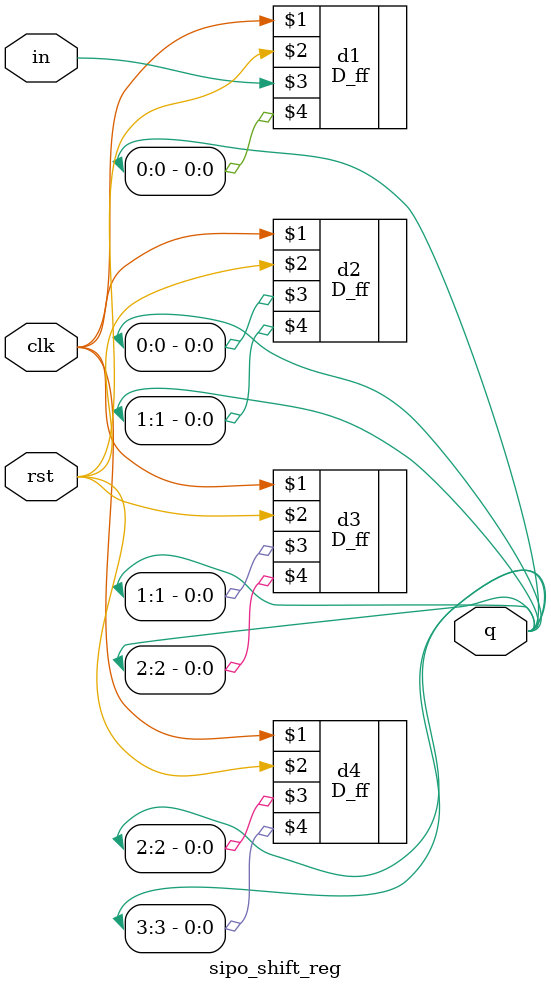
<source format=v>
`timescale 1ns / 1ps


module sipo_shift_reg(clk,rst,in,q);
input clk,rst,in;
output [3:0] q;

D_ff d1(clk,rst,in,q[0]);
D_ff d2(clk,rst,q[0],q[1]);
D_ff d3(clk,rst,q[1],q[2]);
D_ff d4(clk,rst,q[2],q[3]);

endmodule



</source>
